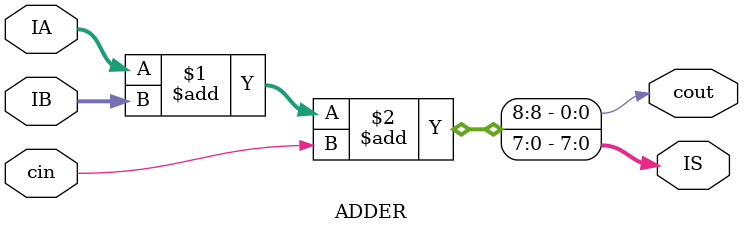
<source format=v>
module ADDER (
    input [7:0] IA,
    input [7:0] IB,
    input       cin,
    output [7:0] IS,
    output       cout
);

    assign {cout, IS} = IA + IB + cin;
    
endmodule

</source>
